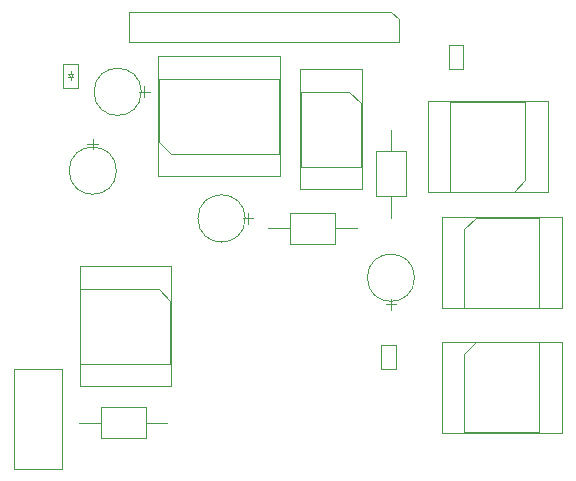
<source format=gbr>
G04 #@! TF.GenerationSoftware,KiCad,Pcbnew,5.1.6-c6e7f7d~87~ubuntu18.04.1*
G04 #@! TF.CreationDate,2020-10-13T20:33:34+05:30*
G04 #@! TF.ProjectId,BackEnd_4S_v1,4261636b-456e-4645-9f34-535f76312e6b,rev?*
G04 #@! TF.SameCoordinates,Original*
G04 #@! TF.FileFunction,Other,Fab,Top*
%FSLAX46Y46*%
G04 Gerber Fmt 4.6, Leading zero omitted, Abs format (unit mm)*
G04 Created by KiCad (PCBNEW 5.1.6-c6e7f7d~87~ubuntu18.04.1) date 2020-10-13 20:33:34*
%MOMM*%
%LPD*%
G01*
G04 APERTURE LIST*
%ADD10C,0.100000*%
G04 APERTURE END LIST*
D10*
X174610000Y-54089000D02*
X173710000Y-54089000D01*
X174160000Y-53639000D02*
X174160000Y-54539000D01*
X176160000Y-56339000D02*
G75*
G03*
X176160000Y-56339000I-2000000J0D01*
G01*
X196940000Y-57894200D02*
X196940000Y-47734200D01*
X191740000Y-57894200D02*
X196940000Y-57894200D01*
X191740000Y-47734200D02*
X191740000Y-57894200D01*
X196940000Y-47734200D02*
X191740000Y-47734200D01*
X195880000Y-49639200D02*
X196880000Y-50639200D01*
X191800000Y-49639200D02*
X195880000Y-49639200D01*
X191800000Y-55989200D02*
X191800000Y-49639200D01*
X196880000Y-55989200D02*
X191800000Y-55989200D01*
X196880000Y-50639200D02*
X196880000Y-55989200D01*
X178514000Y-50112100D02*
X178514000Y-49212100D01*
X178964000Y-49662100D02*
X178064000Y-49662100D01*
X178264000Y-49662100D02*
G75*
G03*
X178264000Y-49662100I-2000000J0D01*
G01*
X198950000Y-67650700D02*
X199850000Y-67650700D01*
X199400000Y-68100700D02*
X199400000Y-67200700D01*
X201400000Y-65400700D02*
G75*
G03*
X201400000Y-65400700I-2000000J0D01*
G01*
X187313000Y-60833400D02*
X187313000Y-59933400D01*
X187763000Y-60383400D02*
X186863000Y-60383400D01*
X187063000Y-60383400D02*
G75*
G03*
X187063000Y-60383400I-2000000J0D01*
G01*
X179719000Y-46634400D02*
X179719000Y-56794400D01*
X189999000Y-46634400D02*
X179719000Y-46634400D01*
X189999000Y-56794400D02*
X189999000Y-46634400D01*
X179719000Y-56794400D02*
X189999000Y-56794400D01*
X180779000Y-54889400D02*
X179779000Y-53889400D01*
X189939000Y-54889400D02*
X180779000Y-54889400D01*
X189939000Y-48539400D02*
X189939000Y-54889400D01*
X179779000Y-48539400D02*
X189939000Y-48539400D01*
X179779000Y-53889400D02*
X179779000Y-48539400D01*
X167515000Y-81593000D02*
X171515000Y-81593000D01*
X167515000Y-73093000D02*
X167515000Y-81593000D01*
X171515000Y-73093000D02*
X167515000Y-73093000D01*
X171515000Y-81593000D02*
X171515000Y-73093000D01*
X180790000Y-74592200D02*
X180790000Y-64432200D01*
X173050000Y-74592200D02*
X180790000Y-74592200D01*
X173050000Y-64432200D02*
X173050000Y-74592200D01*
X180790000Y-64432200D02*
X173050000Y-64432200D01*
X179730000Y-66337200D02*
X180730000Y-67337200D01*
X173110000Y-66337200D02*
X179730000Y-66337200D01*
X173110000Y-72687200D02*
X173110000Y-66337200D01*
X180730000Y-72687200D02*
X173110000Y-72687200D01*
X180730000Y-67337200D02*
X180730000Y-72687200D01*
X202535000Y-58182800D02*
X212695000Y-58182800D01*
X202535000Y-50442800D02*
X202535000Y-58182800D01*
X212695000Y-50442800D02*
X202535000Y-50442800D01*
X212695000Y-58182800D02*
X212695000Y-50442800D01*
X210790000Y-57122800D02*
X209790000Y-58122800D01*
X210790000Y-50502800D02*
X210790000Y-57122800D01*
X204440000Y-50502800D02*
X210790000Y-50502800D01*
X204440000Y-58122800D02*
X204440000Y-50502800D01*
X209790000Y-58122800D02*
X204440000Y-58122800D01*
X213878000Y-70813600D02*
X203718000Y-70813600D01*
X213878000Y-78553600D02*
X213878000Y-70813600D01*
X203718000Y-78553600D02*
X213878000Y-78553600D01*
X203718000Y-70813600D02*
X203718000Y-78553600D01*
X205623000Y-71873600D02*
X206623000Y-70873600D01*
X205623000Y-78493600D02*
X205623000Y-71873600D01*
X211973000Y-78493600D02*
X205623000Y-78493600D01*
X211973000Y-70873600D02*
X211973000Y-78493600D01*
X206623000Y-70873600D02*
X211973000Y-70873600D01*
X213878000Y-60259900D02*
X203718000Y-60259900D01*
X213878000Y-67999900D02*
X213878000Y-60259900D01*
X203718000Y-67999900D02*
X213878000Y-67999900D01*
X203718000Y-60259900D02*
X203718000Y-67999900D01*
X205623000Y-61319900D02*
X206623000Y-60319900D01*
X205623000Y-67939900D02*
X205623000Y-61319900D01*
X211973000Y-67939900D02*
X205623000Y-67939900D01*
X211973000Y-60319900D02*
X211973000Y-67939900D01*
X206623000Y-60319900D02*
X211973000Y-60319900D01*
X199415000Y-42875200D02*
X200050000Y-43510200D01*
X177190000Y-42875200D02*
X199415000Y-42875200D01*
X177190000Y-45415200D02*
X177190000Y-42875200D01*
X200050000Y-45415200D02*
X177190000Y-45415200D01*
X200050000Y-43510200D02*
X200050000Y-45415200D01*
X199410000Y-60357400D02*
X199410000Y-58507400D01*
X199410000Y-52857400D02*
X199410000Y-54707400D01*
X200710000Y-58507400D02*
X200710000Y-54707400D01*
X198110000Y-58507400D02*
X200710000Y-58507400D01*
X198110000Y-54707400D02*
X198110000Y-58507400D01*
X200710000Y-54707400D02*
X198110000Y-54707400D01*
X174829000Y-76383400D02*
X174829000Y-78983400D01*
X174829000Y-78983400D02*
X178629000Y-78983400D01*
X178629000Y-78983400D02*
X178629000Y-76383400D01*
X178629000Y-76383400D02*
X174829000Y-76383400D01*
X172979000Y-77683400D02*
X174829000Y-77683400D01*
X180479000Y-77683400D02*
X178629000Y-77683400D01*
X194647000Y-62506400D02*
X194647000Y-59906400D01*
X194647000Y-59906400D02*
X190847000Y-59906400D01*
X190847000Y-59906400D02*
X190847000Y-62506400D01*
X190847000Y-62506400D02*
X194647000Y-62506400D01*
X196497000Y-61206400D02*
X194647000Y-61206400D01*
X188997000Y-61206400D02*
X190847000Y-61206400D01*
X171631000Y-49333700D02*
X171631000Y-47333700D01*
X171631000Y-47333700D02*
X172931000Y-47333700D01*
X172931000Y-47333700D02*
X172931000Y-49333700D01*
X172931000Y-49333700D02*
X171631000Y-49333700D01*
X172081000Y-48133700D02*
X172281000Y-48433700D01*
X172281000Y-48433700D02*
X172481000Y-48133700D01*
X172481000Y-48133700D02*
X172081000Y-48133700D01*
X172081000Y-48433700D02*
X172481000Y-48433700D01*
X172281000Y-48433700D02*
X172281000Y-48633700D01*
X172281000Y-48133700D02*
X172281000Y-47933700D01*
X199799000Y-71097900D02*
X199799000Y-73097900D01*
X199799000Y-73097900D02*
X198559000Y-73097900D01*
X198559000Y-73097900D02*
X198559000Y-71097900D01*
X198559000Y-71097900D02*
X199799000Y-71097900D01*
X204279000Y-45697900D02*
X205519000Y-45697900D01*
X204279000Y-47697900D02*
X204279000Y-45697900D01*
X205519000Y-47697900D02*
X204279000Y-47697900D01*
X205519000Y-45697900D02*
X205519000Y-47697900D01*
M02*

</source>
